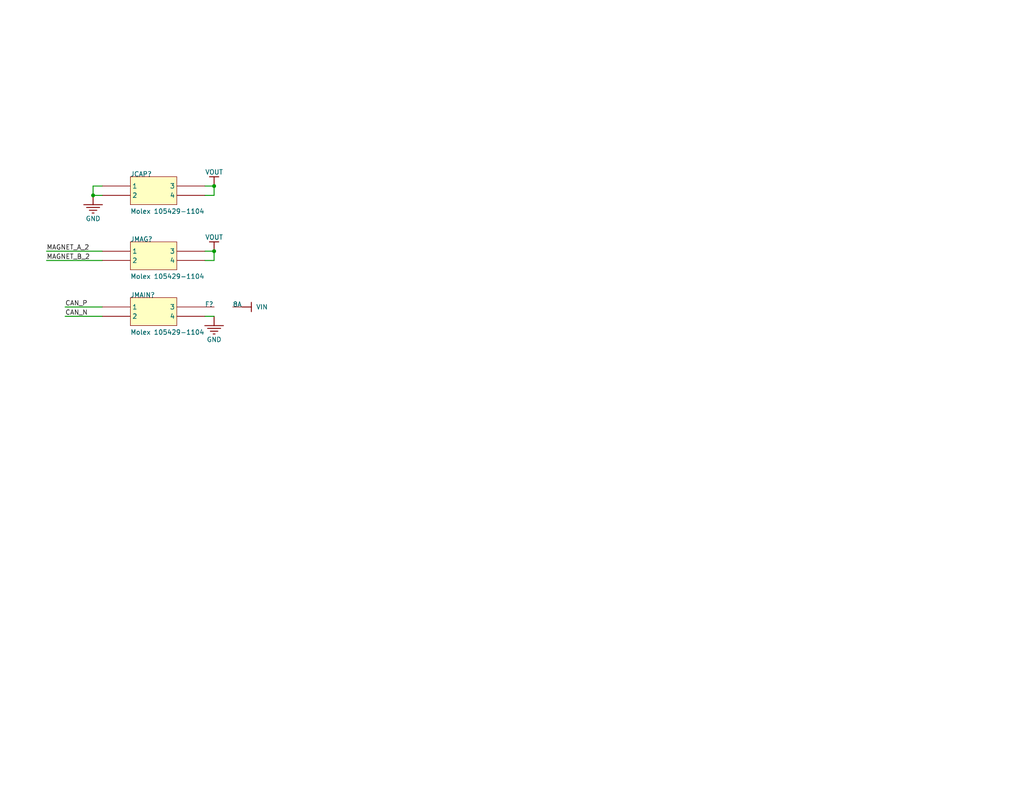
<source format=kicad_sch>
(kicad_sch (version 20230121) (generator eeschema)
  (paper "A")
  (lib_symbols
    (symbol "mikona-altium-import:0_SYM-657aa9a2fad0babd-1"
      (property "Value" "0_SYM-657aa9a2fad0babd-1" (at 0 0 0))
      (symbol "0_SYM-657aa9a2fad0babd-1_1_0"
        (rectangle (start 2.54 7.62) (end -10.16 0) (fill (type background)))
        (pin passive line (at -17.78 5.08 0) (length 7.62) (name "1") (number "1"))
        (pin passive line (at -17.78 2.54 0) (length 7.62) (name "2") (number "2"))
        (pin passive line (at 10.16 5.08 180) (length 7.62) (name "3") (number "3"))
        (pin passive line (at 10.16 2.54 180) (length 7.62) (name "4") (number "4"))
      )
    )
    (symbol "mikona-altium-import:0_SYM-ea4c233ed65b358b-1"
      (property "Value" "0_SYM-ea4c233ed65b358b-1" (at 0 0 0))
      (symbol "0_SYM-ea4c233ed65b358b-1_1_0"
        (pin passive line (at -5.08 0 0) (length 2.54) (name "1") (number "1"))
        (pin passive line (at 5.08 0 180) (length 2.54) (name "2") (number "2"))
      )
    )
    (symbol "mikona-altium-import:GND" (power)
      (property "Reference" "#PWR" (at 0 0 0))
      (property "Value" "GND" (at 0 6.35 0))
      (symbol "GND_0_0"
        (polyline (pts (xy -2.54 -2.54) (xy 2.54 -2.54)) (stroke (width 0.254)))
        (polyline (pts (xy -1.778 -3.302) (xy 1.778 -3.302)) (stroke (width 0.254)))
        (polyline (pts (xy -1.016 -4.064) (xy 1.016 -4.064)) (stroke (width 0.254)))
        (polyline (pts (xy -0.254 -4.826) (xy 0.254 -4.826)) (stroke (width 0.254)))
        (polyline (pts (xy 0 0) (xy 0 -2.54)) (stroke (width 0.254)))
        (pin power_in line (at 0 0 0) (length 0) hide (name "GND") (number ""))
      )
    )
    (symbol "mikona-altium-import:VIN" (power)
      (property "Reference" "#PWR" (at 0 0 0))
      (property "Value" "VIN" (at 0 3.81 0))
      (symbol "VIN_0_0"
        (polyline (pts (xy -1.27 -2.54) (xy 1.27 -2.54)) (stroke (width 0.254)))
        (polyline (pts (xy 0 0) (xy 0 -2.54)) (stroke (width 0.254)))
        (pin power_in line (at 0 0 0) (length 0) hide (name "VIN") (number ""))
      )
    )
    (symbol "mikona-altium-import:VOUT" (power)
      (property "Reference" "#PWR" (at 0 0 0))
      (property "Value" "VOUT" (at 0 3.81 0))
      (symbol "VOUT_0_0"
        (polyline (pts (xy -1.27 -2.54) (xy 1.27 -2.54)) (stroke (width 0.254)))
        (polyline (pts (xy 0 0) (xy 0 -2.54)) (stroke (width 0.254)))
        (pin power_in line (at 0 0 0) (length 0) hide (name "VOUT") (number ""))
      )
    )
  )
  (junction (at 25.4 53.34))
  (junction (at 58.42 50.8))
  (junction (at 58.42 68.58))
  (wire (pts (xy 58.42 53.34) (xy 58.42 50.8)) (stroke (width 0.254)))
  (wire (pts (xy 25.4 50.8) (xy 25.4 53.34)) (stroke (width 0.254)))
  (wire (pts (xy 58.42 68.58) (xy 55.88 68.58)) (stroke (width 0.254)))
  (wire (pts (xy 12.7 71.12) (xy 27.94 71.12)) (stroke (width 0.254)))
  (wire (pts (xy 25.4 53.34) (xy 27.94 53.34)) (stroke (width 0.254)))
  (wire (pts (xy 58.42 50.8) (xy 55.88 50.8)) (stroke (width 0.254)))
  (wire (pts (xy 55.88 71.12) (xy 58.42 71.12)) (stroke (width 0.254)))
  (wire (pts (xy 55.88 86.36) (xy 58.42 86.36)) (stroke (width 0.254)))
  (wire (pts (xy 17.78 83.82) (xy 27.94 83.82)) (stroke (width 0.254)))
  (wire (pts (xy 58.42 71.12) (xy 58.42 68.58)) (stroke (width 0.254)))
  (wire (pts (xy 55.88 53.34) (xy 58.42 53.34)) (stroke (width 0.254)))
  (wire (pts (xy 17.78 86.36) (xy 27.94 86.36)) (stroke (width 0.254)))
  (wire (pts (xy 12.7 68.58) (xy 27.94 68.58)) (stroke (width 0.254)))
  (wire (pts (xy 27.94 50.8) (xy 25.4 50.8)) (stroke (width 0.254)))
  (label "MAGNET_B_2" (at 12.7 71.12 0))
  (label "MAGNET_A_2" (at 12.7 68.58 0))
  (label "CAN_P" (at 17.78 83.82 0))
  (label "CAN_N" (at 17.78 86.36 0))
  (symbol (lib_id "mikona-altium-import:0_SYM-657aa9a2fad0babd-1") (at 45.72 73.66 0) (unit 1)
    (property "Reference" "JMAG?" (at 35.56 66.04 0) (effects (justify left bottom)))
    (property "Value" "Molex 105429-1104" (at 35.56 76.2 0) (effects (justify left bottom)))
    (property "Footprint" "PCB-udjxl8ocgqbbk8gqzxxz-1" (effects hide))
    (property "LIFECYCLE STATUS" "Not Listed by Manufacturer" (effects hide))
    (property "OCTOPART URL" "https://octopart.com/105429-1104-molex-97696459" (effects hide))
    (property "OCTOPARTID" "b40378db2bae6bc4" (effects hide))
    (property "MANUFACTURER PART NUMBER" "105429-1104" (effects hide))
  )
  (symbol (lib_id "mikona-altium-import:GND") (at 25.4 53.34 0) (unit 1)
    (property "Reference" "#PWR?" (effects hide))
    (property "Value" "GND" (at 25.4 59.69 0))
  )
  (symbol (lib_id "mikona-altium-import:VOUT") (at 58.42 50.8 180) (unit 1)
    (property "Reference" "#PWR?" (effects hide))
    (property "Value" "VOUT" (at 58.42 46.99 0))
  )
  (symbol (lib_id "mikona-altium-import:0_SYM-657aa9a2fad0babd-1") (at 45.72 55.88 0) (unit 1)
    (property "Reference" "JCAP?" (at 35.56 48.26 0) (effects (justify left bottom)))
    (property "Value" "Molex 105429-1104" (at 35.56 58.42 0) (effects (justify left bottom)))
    (property "Footprint" "PCB-udjxl8ocgqbbk8gqzxxz-1" (effects hide))
    (property "LIFECYCLE STATUS" "Not Listed by Manufacturer" (effects hide))
    (property "OCTOPART URL" "https://octopart.com/105429-1104-molex-97696459" (effects hide))
    (property "OCTOPARTID" "b40378db2bae6bc4" (effects hide))
    (property "MANUFACTURER PART NUMBER" "105429-1104" (effects hide))
  )
  (symbol (lib_id "mikona-altium-import:VOUT") (at 58.42 68.58 180) (unit 1)
    (property "Reference" "#PWR?" (effects hide))
    (property "Value" "VOUT" (at 58.42 64.77 0))
  )
  (symbol (lib_id "mikona-altium-import:GND") (at 58.42 86.36 0) (unit 1)
    (property "Reference" "#PWR?" (effects hide))
    (property "Value" "GND" (at 58.42 92.71 0))
  )
  (symbol (lib_id "mikona-altium-import:0_SYM-657aa9a2fad0babd-1") (at 45.72 88.9 0) (unit 1)
    (property "Reference" "JMAIN?" (at 35.56 81.28 0) (effects (justify left bottom)))
    (property "Value" "Molex 105429-1104" (at 35.56 91.44 0) (effects (justify left bottom)))
    (property "Footprint" "PCB-udjxl8ocgqbbk8gqzxxz-1" (effects hide))
    (property "LIFECYCLE STATUS" "Not Listed by Manufacturer" (effects hide))
    (property "OCTOPART URL" "https://octopart.com/105429-1104-molex-97696459" (effects hide))
    (property "OCTOPARTID" "b40378db2bae6bc4" (effects hide))
    (property "MANUFACTURER PART NUMBER" "105429-1104" (effects hide))
  )
  (symbol (lib_id "mikona-altium-import:VIN") (at 66.04 83.82 90) (unit 1)
    (property "Reference" "#PWR?" (effects hide))
    (property "Value" "VIN" (at 69.85 83.82 90) (effects (justify right)))
  )
  (symbol (lib_id "mikona-altium-import:0_SYM-ea4c233ed65b358b-1") (at 60.96 83.82 0) (unit 1)
    (property "Reference" "F?" (at 55.88 83.82 0) (effects (justify left bottom)))
    (property "Value" "8A" (at 63.5 83.82 0) (effects (justify left bottom)))
    (property "Footprint" "PCB-177u4nhbl1z1alzoqvvf-1" (effects hide))
    (property "MANUFACTURER PART NUMBER" "SF-0603SA800M-2" (effects hide))
    (property "OCTOPARTID" "2a72e46bdd5ef5b5" (effects hide))
    (property "OCTOPART URL" "https://octopart.com/sf-0603sa800m-2-bourns-118739530" (effects hide))
  )
)
</source>
